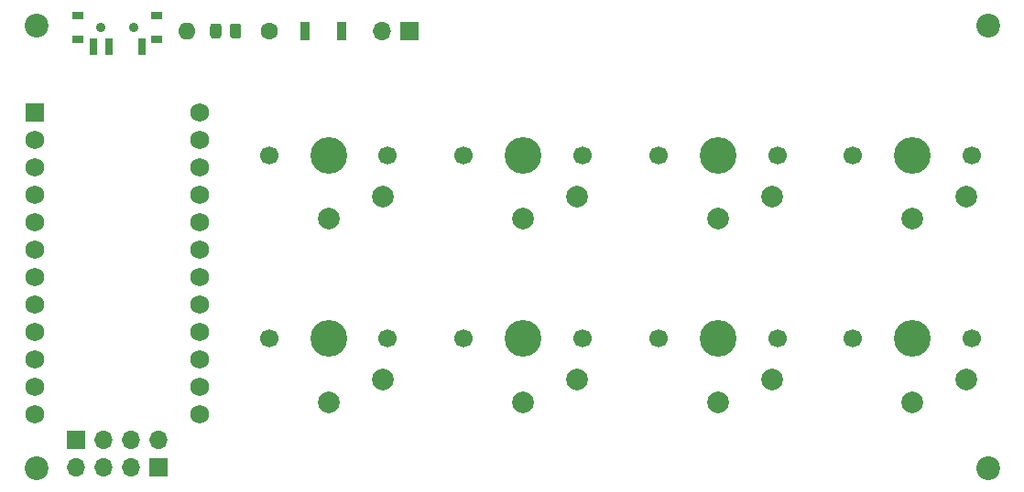
<source format=gbr>
%TF.GenerationSoftware,KiCad,Pcbnew,5.1.8*%
%TF.CreationDate,2021-02-04T11:53:21-06:00*%
%TF.ProjectId,small-paintbrush,736d616c-6c2d-4706-9169-6e7462727573,rev?*%
%TF.SameCoordinates,Original*%
%TF.FileFunction,Soldermask,Top*%
%TF.FilePolarity,Negative*%
%FSLAX46Y46*%
G04 Gerber Fmt 4.6, Leading zero omitted, Abs format (unit mm)*
G04 Created by KiCad (PCBNEW 5.1.8) date 2021-02-04 11:53:21*
%MOMM*%
%LPD*%
G01*
G04 APERTURE LIST*
%ADD10C,1.752600*%
%ADD11R,1.752600X1.752600*%
%ADD12O,1.700000X1.700000*%
%ADD13R,1.700000X1.700000*%
%ADD14O,1.600000X1.600000*%
%ADD15C,1.600000*%
%ADD16C,1.700000*%
%ADD17C,2.000000*%
%ADD18C,3.400000*%
%ADD19C,2.200000*%
%ADD20R,0.900000X1.700000*%
%ADD21R,1.000000X0.800000*%
%ADD22R,0.700000X1.500000*%
%ADD23C,0.900000*%
G04 APERTURE END LIST*
D10*
%TO.C,U1*%
X85120000Y-31030000D03*
X69880000Y-58970000D03*
X85120000Y-33570000D03*
X85120000Y-36110000D03*
X85120000Y-38650000D03*
X85120000Y-41190000D03*
X85120000Y-43730000D03*
X85120000Y-46270000D03*
X85120000Y-48810000D03*
X85120000Y-51350000D03*
X85120000Y-53890000D03*
X85120000Y-56430000D03*
X85120000Y-58970000D03*
X69880000Y-56430000D03*
X69880000Y-53890000D03*
X69880000Y-51350000D03*
X69880000Y-48810000D03*
X69880000Y-46270000D03*
X69880000Y-43730000D03*
X69880000Y-41190000D03*
X69880000Y-38650000D03*
X69880000Y-36110000D03*
X69880000Y-33570000D03*
D11*
X69880000Y-31030000D03*
%TD*%
D12*
%TO.C,J3*%
X81320000Y-61400000D03*
X78780000Y-61400000D03*
X76240000Y-61400000D03*
D13*
X73700000Y-61400000D03*
%TD*%
D12*
%TO.C,J2*%
X73680000Y-63900000D03*
X76220000Y-63900000D03*
X78760000Y-63900000D03*
D13*
X81300000Y-63900000D03*
%TD*%
D14*
%TO.C,R2*%
X83880000Y-23500000D03*
D15*
X91500000Y-23500000D03*
%TD*%
D16*
%TO.C,KEY8*%
X156500000Y-52000000D03*
X145500000Y-52000000D03*
D17*
X151000000Y-57900000D03*
D18*
X151000000Y-52000000D03*
D17*
X156000000Y-55800000D03*
%TD*%
D16*
%TO.C,KEY7*%
X138500000Y-52000000D03*
X127500000Y-52000000D03*
D17*
X133000000Y-57900000D03*
D18*
X133000000Y-52000000D03*
D17*
X138000000Y-55800000D03*
%TD*%
D16*
%TO.C,KEY6*%
X120500000Y-52000000D03*
X109500000Y-52000000D03*
D17*
X115000000Y-57900000D03*
D18*
X115000000Y-52000000D03*
D17*
X120000000Y-55800000D03*
%TD*%
D16*
%TO.C,KEY5*%
X102500000Y-52000000D03*
X91500000Y-52000000D03*
D17*
X97000000Y-57900000D03*
D18*
X97000000Y-52000000D03*
D17*
X102000000Y-55800000D03*
%TD*%
D16*
%TO.C,KEY4*%
X156500000Y-35000000D03*
X145500000Y-35000000D03*
D17*
X151000000Y-40900000D03*
D18*
X151000000Y-35000000D03*
D17*
X156000000Y-38800000D03*
%TD*%
D16*
%TO.C,KEY3*%
X138500000Y-35000000D03*
X127500000Y-35000000D03*
D17*
X133000000Y-40900000D03*
D18*
X133000000Y-35000000D03*
D17*
X138000000Y-38800000D03*
%TD*%
D16*
%TO.C,KEY2*%
X120500000Y-35000000D03*
X109500000Y-35000000D03*
D17*
X115000000Y-40900000D03*
D18*
X115000000Y-35000000D03*
D17*
X120000000Y-38800000D03*
%TD*%
D16*
%TO.C,KEY1*%
X102500000Y-35000000D03*
X91500000Y-35000000D03*
D17*
X97000000Y-40900000D03*
D18*
X97000000Y-35000000D03*
D17*
X102000000Y-38800000D03*
%TD*%
D19*
%TO.C,REF\u002A\u002A*%
X70000000Y-23000000D03*
%TD*%
%TO.C,REF\u002A\u002A*%
X70000000Y-64000000D03*
%TD*%
%TO.C,REF\u002A\u002A*%
X158000000Y-64000000D03*
%TD*%
%TO.C,REF\u002A\u002A*%
X158000000Y-23000000D03*
%TD*%
D20*
%TO.C,PUSH2*%
X98200000Y-23500000D03*
X94800000Y-23500000D03*
%TD*%
D21*
%TO.C,SW2*%
X81150000Y-24280000D03*
X73850000Y-24280000D03*
X73850000Y-22070000D03*
X81150000Y-22070000D03*
D22*
X75250000Y-24930000D03*
X76750000Y-24930000D03*
X79750000Y-24930000D03*
D23*
X76000000Y-23170000D03*
X79000000Y-23170000D03*
%TD*%
%TO.C,SW1*%
X79000000Y-23170000D03*
X76000000Y-23170000D03*
%TD*%
D12*
%TO.C,J1*%
X101960000Y-23500000D03*
D13*
X104500000Y-23500000D03*
%TD*%
%TO.C,R1*%
G36*
G01*
X87100000Y-23049998D02*
X87100000Y-23950002D01*
G75*
G02*
X86850002Y-24200000I-249998J0D01*
G01*
X86324998Y-24200000D01*
G75*
G02*
X86075000Y-23950002I0J249998D01*
G01*
X86075000Y-23049998D01*
G75*
G02*
X86324998Y-22800000I249998J0D01*
G01*
X86850002Y-22800000D01*
G75*
G02*
X87100000Y-23049998I0J-249998D01*
G01*
G37*
G36*
G01*
X88925000Y-23049998D02*
X88925000Y-23950002D01*
G75*
G02*
X88675002Y-24200000I-249998J0D01*
G01*
X88149998Y-24200000D01*
G75*
G02*
X87900000Y-23950002I0J249998D01*
G01*
X87900000Y-23049998D01*
G75*
G02*
X88149998Y-22800000I249998J0D01*
G01*
X88675002Y-22800000D01*
G75*
G02*
X88925000Y-23049998I0J-249998D01*
G01*
G37*
%TD*%
M02*

</source>
